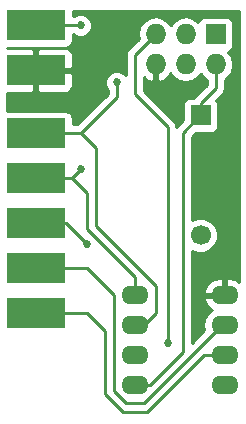
<source format=gtl>
G04 #@! TF.FileFunction,Copper,L1,Top,Signal*
%FSLAX46Y46*%
G04 Gerber Fmt 4.6, Leading zero omitted, Abs format (unit mm)*
G04 Created by KiCad (PCBNEW 4.0.2-1.fc23-product) date Thu 02 Nov 2017 11:38:22 PM EDT*
%MOMM*%
G01*
G04 APERTURE LIST*
%ADD10C,0.100000*%
%ADD11C,1.699260*%
%ADD12R,1.699260X1.699260*%
%ADD13O,2.300000X1.600000*%
%ADD14R,1.727200X1.727200*%
%ADD15O,1.727200X1.727200*%
%ADD16R,5.000000X2.500000*%
%ADD17C,0.685800*%
%ADD18C,0.254000*%
G04 APERTURE END LIST*
D10*
D11*
X161038540Y-104648520D03*
D12*
X161038540Y-94488520D03*
D13*
X163068000Y-117348000D03*
X163068000Y-114808000D03*
X163068000Y-112268000D03*
X163068000Y-109728000D03*
X155448000Y-109728000D03*
X155448000Y-112268000D03*
X155448000Y-114808000D03*
X155448000Y-117348000D03*
D14*
X162306000Y-87630000D03*
D15*
X162306000Y-90170000D03*
X159766000Y-87630000D03*
X159766000Y-90170000D03*
X157226000Y-87630000D03*
X157226000Y-90170000D03*
D16*
X147066000Y-107442000D03*
X147066000Y-111252000D03*
X147066000Y-103632000D03*
X147066000Y-96012000D03*
X147066000Y-99822000D03*
X147066000Y-90678000D03*
X147066000Y-86868000D03*
D17*
X150876000Y-86868000D03*
X158242000Y-113792000D03*
X153924000Y-90170000D03*
X150876000Y-99060000D03*
X153924000Y-91694000D03*
X151384000Y-105410000D03*
D18*
X147066000Y-86868000D02*
X150876000Y-86868000D01*
X161038540Y-94488520D02*
X161038540Y-93474540D01*
X162306000Y-92207080D02*
X162306000Y-90170000D01*
X161038540Y-93474540D02*
X162306000Y-92207080D01*
X161038540Y-94488520D02*
X161035480Y-94488520D01*
X161035480Y-94488520D02*
X159512000Y-96012000D01*
X156718000Y-117348000D02*
X155448000Y-117348000D01*
X159512000Y-114554000D02*
X156718000Y-117348000D01*
X159512000Y-96012000D02*
X159512000Y-114554000D01*
X158242000Y-113792000D02*
X158242000Y-95504000D01*
X155448000Y-89408000D02*
X157226000Y-87630000D01*
X155448000Y-92710000D02*
X155448000Y-89408000D01*
X158242000Y-95504000D02*
X155448000Y-92710000D01*
X147066000Y-111252000D02*
X151384000Y-111252000D01*
X161290000Y-114808000D02*
X163068000Y-114808000D01*
X156464000Y-119634000D02*
X161290000Y-114808000D01*
X156210000Y-119634000D02*
X156464000Y-119634000D01*
X154432000Y-119634000D02*
X156210000Y-119634000D01*
X152908000Y-118110000D02*
X154432000Y-119634000D01*
X152908000Y-112776000D02*
X152908000Y-118110000D01*
X151384000Y-111252000D02*
X152908000Y-112776000D01*
X147066000Y-107442000D02*
X151384000Y-107442000D01*
X156210000Y-118872000D02*
X162814000Y-112268000D01*
X154686000Y-118872000D02*
X156210000Y-118872000D01*
X153670000Y-117856000D02*
X154686000Y-118872000D01*
X153670000Y-109728000D02*
X153670000Y-117856000D01*
X151384000Y-107442000D02*
X153670000Y-109728000D01*
X162814000Y-112268000D02*
X163068000Y-112268000D01*
X150114000Y-99822000D02*
X150876000Y-99060000D01*
X155448000Y-109728000D02*
X155448000Y-108204000D01*
X151384000Y-104140000D02*
X151384000Y-101346000D01*
X155448000Y-108204000D02*
X151384000Y-104140000D01*
X151384000Y-101346000D02*
X151384000Y-101092000D01*
X151384000Y-101092000D02*
X151384000Y-101346000D01*
X155448000Y-109728000D02*
X155194000Y-109728000D01*
X151384000Y-101346000D02*
X151384000Y-101092000D01*
X151384000Y-101092000D02*
X150114000Y-99822000D01*
X150114000Y-99822000D02*
X147066000Y-99822000D01*
X150876000Y-96012000D02*
X153924000Y-92964000D01*
X153924000Y-91694000D02*
X153924000Y-92964000D01*
X155448000Y-112268000D02*
X156210000Y-112268000D01*
X156210000Y-112268000D02*
X157226000Y-111252000D01*
X157226000Y-111252000D02*
X157226000Y-108966000D01*
X157226000Y-108966000D02*
X152146000Y-103886000D01*
X152146000Y-103886000D02*
X152146000Y-97282000D01*
X152146000Y-97282000D02*
X150876000Y-96012000D01*
X150876000Y-96012000D02*
X147066000Y-96012000D01*
X149606000Y-103632000D02*
X147066000Y-103632000D01*
X151384000Y-105410000D02*
X149606000Y-103632000D01*
G36*
X164315000Y-108636225D02*
X164084483Y-108450834D01*
X163545000Y-108293000D01*
X163195000Y-108293000D01*
X163195000Y-109601000D01*
X163215000Y-109601000D01*
X163215000Y-109855000D01*
X163195000Y-109855000D01*
X163195000Y-109875000D01*
X162941000Y-109875000D01*
X162941000Y-109855000D01*
X161448085Y-109855000D01*
X161326096Y-110077039D01*
X161343633Y-110159819D01*
X161613500Y-110652896D01*
X162046151Y-111000851D01*
X161668332Y-111253302D01*
X161357263Y-111718849D01*
X161248030Y-112268000D01*
X161329051Y-112675318D01*
X160274000Y-113730369D01*
X160274000Y-109378961D01*
X161326096Y-109378961D01*
X161448085Y-109601000D01*
X162941000Y-109601000D01*
X162941000Y-108293000D01*
X162591000Y-108293000D01*
X162051517Y-108450834D01*
X161613500Y-108803104D01*
X161343633Y-109296181D01*
X161326096Y-109378961D01*
X160274000Y-109378961D01*
X160274000Y-105938589D01*
X160741933Y-106132892D01*
X161332556Y-106133408D01*
X161878417Y-105907862D01*
X162296414Y-105490594D01*
X162522912Y-104945127D01*
X162523428Y-104354504D01*
X162297882Y-103808643D01*
X161880614Y-103390646D01*
X161335147Y-103164148D01*
X160744524Y-103163632D01*
X160274000Y-103358049D01*
X160274000Y-96327630D01*
X160616040Y-95985590D01*
X161888170Y-95985590D01*
X162123487Y-95941312D01*
X162339611Y-95802240D01*
X162484601Y-95590040D01*
X162535610Y-95338150D01*
X162535610Y-93638890D01*
X162491332Y-93403573D01*
X162372229Y-93218481D01*
X162844815Y-92745895D01*
X163009996Y-92498685D01*
X163024616Y-92425185D01*
X163068000Y-92207080D01*
X163068000Y-91457926D01*
X163365670Y-91259029D01*
X163690526Y-90772848D01*
X163804600Y-90199359D01*
X163804600Y-90140641D01*
X163690526Y-89567152D01*
X163379426Y-89101558D01*
X163404917Y-89096762D01*
X163621041Y-88957690D01*
X163766031Y-88745490D01*
X163817040Y-88493600D01*
X163817040Y-86766400D01*
X163772762Y-86531083D01*
X163633690Y-86314959D01*
X163421490Y-86169969D01*
X163169600Y-86118960D01*
X161442400Y-86118960D01*
X161207083Y-86163238D01*
X160990959Y-86302310D01*
X160845969Y-86514510D01*
X160837136Y-86558131D01*
X160825670Y-86540971D01*
X160339489Y-86216115D01*
X159766000Y-86102041D01*
X159192511Y-86216115D01*
X158706330Y-86540971D01*
X158496000Y-86855752D01*
X158285670Y-86540971D01*
X157799489Y-86216115D01*
X157226000Y-86102041D01*
X156652511Y-86216115D01*
X156166330Y-86540971D01*
X155841474Y-87027152D01*
X155727400Y-87600641D01*
X155727400Y-87659359D01*
X155792372Y-87985997D01*
X154909185Y-88869185D01*
X154744004Y-89116395D01*
X154686000Y-89408000D01*
X154686000Y-91073163D01*
X154478659Y-90865460D01*
X154119370Y-90716270D01*
X153730337Y-90715931D01*
X153370788Y-90864493D01*
X153095460Y-91139341D01*
X152946270Y-91498630D01*
X152945931Y-91887663D01*
X153094493Y-92247212D01*
X153162000Y-92314837D01*
X153162000Y-92648370D01*
X150560370Y-95250000D01*
X150213440Y-95250000D01*
X150213440Y-94762000D01*
X150169162Y-94526683D01*
X150030090Y-94310559D01*
X149817890Y-94165569D01*
X149566000Y-94114560D01*
X144685000Y-94114560D01*
X144685000Y-92563000D01*
X146780250Y-92563000D01*
X146939000Y-92404250D01*
X146939000Y-90805000D01*
X147193000Y-90805000D01*
X147193000Y-92404250D01*
X147351750Y-92563000D01*
X149692310Y-92563000D01*
X149925699Y-92466327D01*
X150104327Y-92287698D01*
X150201000Y-92054309D01*
X150201000Y-90963750D01*
X150042250Y-90805000D01*
X147193000Y-90805000D01*
X146939000Y-90805000D01*
X146919000Y-90805000D01*
X146919000Y-90551000D01*
X146939000Y-90551000D01*
X146939000Y-88951750D01*
X147193000Y-88951750D01*
X147193000Y-90551000D01*
X150042250Y-90551000D01*
X150201000Y-90392250D01*
X150201000Y-89301691D01*
X150104327Y-89068302D01*
X149925699Y-88889673D01*
X149692310Y-88793000D01*
X147351750Y-88793000D01*
X147193000Y-88951750D01*
X146939000Y-88951750D01*
X146780250Y-88793000D01*
X144685000Y-88793000D01*
X144685000Y-88765440D01*
X149566000Y-88765440D01*
X149801317Y-88721162D01*
X150017441Y-88582090D01*
X150162431Y-88369890D01*
X150213440Y-88118000D01*
X150213440Y-87630000D01*
X150254917Y-87630000D01*
X150321341Y-87696540D01*
X150680630Y-87845730D01*
X151069663Y-87846069D01*
X151429212Y-87697507D01*
X151704540Y-87422659D01*
X151853730Y-87063370D01*
X151854069Y-86674337D01*
X151705507Y-86314788D01*
X151430659Y-86039460D01*
X151071370Y-85890270D01*
X150682337Y-85889931D01*
X150322788Y-86038493D01*
X150255163Y-86106000D01*
X150213440Y-86106000D01*
X150213440Y-85685000D01*
X164315000Y-85685000D01*
X164315000Y-108636225D01*
X164315000Y-108636225D01*
G37*
X164315000Y-108636225D02*
X164084483Y-108450834D01*
X163545000Y-108293000D01*
X163195000Y-108293000D01*
X163195000Y-109601000D01*
X163215000Y-109601000D01*
X163215000Y-109855000D01*
X163195000Y-109855000D01*
X163195000Y-109875000D01*
X162941000Y-109875000D01*
X162941000Y-109855000D01*
X161448085Y-109855000D01*
X161326096Y-110077039D01*
X161343633Y-110159819D01*
X161613500Y-110652896D01*
X162046151Y-111000851D01*
X161668332Y-111253302D01*
X161357263Y-111718849D01*
X161248030Y-112268000D01*
X161329051Y-112675318D01*
X160274000Y-113730369D01*
X160274000Y-109378961D01*
X161326096Y-109378961D01*
X161448085Y-109601000D01*
X162941000Y-109601000D01*
X162941000Y-108293000D01*
X162591000Y-108293000D01*
X162051517Y-108450834D01*
X161613500Y-108803104D01*
X161343633Y-109296181D01*
X161326096Y-109378961D01*
X160274000Y-109378961D01*
X160274000Y-105938589D01*
X160741933Y-106132892D01*
X161332556Y-106133408D01*
X161878417Y-105907862D01*
X162296414Y-105490594D01*
X162522912Y-104945127D01*
X162523428Y-104354504D01*
X162297882Y-103808643D01*
X161880614Y-103390646D01*
X161335147Y-103164148D01*
X160744524Y-103163632D01*
X160274000Y-103358049D01*
X160274000Y-96327630D01*
X160616040Y-95985590D01*
X161888170Y-95985590D01*
X162123487Y-95941312D01*
X162339611Y-95802240D01*
X162484601Y-95590040D01*
X162535610Y-95338150D01*
X162535610Y-93638890D01*
X162491332Y-93403573D01*
X162372229Y-93218481D01*
X162844815Y-92745895D01*
X163009996Y-92498685D01*
X163024616Y-92425185D01*
X163068000Y-92207080D01*
X163068000Y-91457926D01*
X163365670Y-91259029D01*
X163690526Y-90772848D01*
X163804600Y-90199359D01*
X163804600Y-90140641D01*
X163690526Y-89567152D01*
X163379426Y-89101558D01*
X163404917Y-89096762D01*
X163621041Y-88957690D01*
X163766031Y-88745490D01*
X163817040Y-88493600D01*
X163817040Y-86766400D01*
X163772762Y-86531083D01*
X163633690Y-86314959D01*
X163421490Y-86169969D01*
X163169600Y-86118960D01*
X161442400Y-86118960D01*
X161207083Y-86163238D01*
X160990959Y-86302310D01*
X160845969Y-86514510D01*
X160837136Y-86558131D01*
X160825670Y-86540971D01*
X160339489Y-86216115D01*
X159766000Y-86102041D01*
X159192511Y-86216115D01*
X158706330Y-86540971D01*
X158496000Y-86855752D01*
X158285670Y-86540971D01*
X157799489Y-86216115D01*
X157226000Y-86102041D01*
X156652511Y-86216115D01*
X156166330Y-86540971D01*
X155841474Y-87027152D01*
X155727400Y-87600641D01*
X155727400Y-87659359D01*
X155792372Y-87985997D01*
X154909185Y-88869185D01*
X154744004Y-89116395D01*
X154686000Y-89408000D01*
X154686000Y-91073163D01*
X154478659Y-90865460D01*
X154119370Y-90716270D01*
X153730337Y-90715931D01*
X153370788Y-90864493D01*
X153095460Y-91139341D01*
X152946270Y-91498630D01*
X152945931Y-91887663D01*
X153094493Y-92247212D01*
X153162000Y-92314837D01*
X153162000Y-92648370D01*
X150560370Y-95250000D01*
X150213440Y-95250000D01*
X150213440Y-94762000D01*
X150169162Y-94526683D01*
X150030090Y-94310559D01*
X149817890Y-94165569D01*
X149566000Y-94114560D01*
X144685000Y-94114560D01*
X144685000Y-92563000D01*
X146780250Y-92563000D01*
X146939000Y-92404250D01*
X146939000Y-90805000D01*
X147193000Y-90805000D01*
X147193000Y-92404250D01*
X147351750Y-92563000D01*
X149692310Y-92563000D01*
X149925699Y-92466327D01*
X150104327Y-92287698D01*
X150201000Y-92054309D01*
X150201000Y-90963750D01*
X150042250Y-90805000D01*
X147193000Y-90805000D01*
X146939000Y-90805000D01*
X146919000Y-90805000D01*
X146919000Y-90551000D01*
X146939000Y-90551000D01*
X146939000Y-88951750D01*
X147193000Y-88951750D01*
X147193000Y-90551000D01*
X150042250Y-90551000D01*
X150201000Y-90392250D01*
X150201000Y-89301691D01*
X150104327Y-89068302D01*
X149925699Y-88889673D01*
X149692310Y-88793000D01*
X147351750Y-88793000D01*
X147193000Y-88951750D01*
X146939000Y-88951750D01*
X146780250Y-88793000D01*
X144685000Y-88793000D01*
X144685000Y-88765440D01*
X149566000Y-88765440D01*
X149801317Y-88721162D01*
X150017441Y-88582090D01*
X150162431Y-88369890D01*
X150213440Y-88118000D01*
X150213440Y-87630000D01*
X150254917Y-87630000D01*
X150321341Y-87696540D01*
X150680630Y-87845730D01*
X151069663Y-87846069D01*
X151429212Y-87697507D01*
X151704540Y-87422659D01*
X151853730Y-87063370D01*
X151854069Y-86674337D01*
X151705507Y-86314788D01*
X151430659Y-86039460D01*
X151071370Y-85890270D01*
X150682337Y-85889931D01*
X150322788Y-86038493D01*
X150255163Y-86106000D01*
X150213440Y-86106000D01*
X150213440Y-85685000D01*
X164315000Y-85685000D01*
X164315000Y-108636225D01*
G36*
X157353000Y-90043000D02*
X157373000Y-90043000D01*
X157373000Y-90297000D01*
X157353000Y-90297000D01*
X157353000Y-91503817D01*
X157585026Y-91624958D01*
X158000947Y-91452688D01*
X158432821Y-91058490D01*
X158490336Y-90935772D01*
X158706330Y-91259029D01*
X159192511Y-91583885D01*
X159766000Y-91697959D01*
X160339489Y-91583885D01*
X160825670Y-91259029D01*
X161036000Y-90944248D01*
X161246330Y-91259029D01*
X161544000Y-91457926D01*
X161544000Y-91891450D01*
X160499725Y-92935725D01*
X160462491Y-92991450D01*
X160188910Y-92991450D01*
X159953593Y-93035728D01*
X159737469Y-93174800D01*
X159592479Y-93387000D01*
X159541470Y-93638890D01*
X159541470Y-94904900D01*
X158993775Y-95452595D01*
X158945996Y-95212395D01*
X158879834Y-95113377D01*
X158780816Y-94965185D01*
X156210000Y-92394370D01*
X156210000Y-91232664D01*
X156451053Y-91452688D01*
X156866974Y-91624958D01*
X157099000Y-91503817D01*
X157099000Y-90297000D01*
X157079000Y-90297000D01*
X157079000Y-90043000D01*
X157099000Y-90043000D01*
X157099000Y-90023000D01*
X157353000Y-90023000D01*
X157353000Y-90043000D01*
X157353000Y-90043000D01*
G37*
X157353000Y-90043000D02*
X157373000Y-90043000D01*
X157373000Y-90297000D01*
X157353000Y-90297000D01*
X157353000Y-91503817D01*
X157585026Y-91624958D01*
X158000947Y-91452688D01*
X158432821Y-91058490D01*
X158490336Y-90935772D01*
X158706330Y-91259029D01*
X159192511Y-91583885D01*
X159766000Y-91697959D01*
X160339489Y-91583885D01*
X160825670Y-91259029D01*
X161036000Y-90944248D01*
X161246330Y-91259029D01*
X161544000Y-91457926D01*
X161544000Y-91891450D01*
X160499725Y-92935725D01*
X160462491Y-92991450D01*
X160188910Y-92991450D01*
X159953593Y-93035728D01*
X159737469Y-93174800D01*
X159592479Y-93387000D01*
X159541470Y-93638890D01*
X159541470Y-94904900D01*
X158993775Y-95452595D01*
X158945996Y-95212395D01*
X158879834Y-95113377D01*
X158780816Y-94965185D01*
X156210000Y-92394370D01*
X156210000Y-91232664D01*
X156451053Y-91452688D01*
X156866974Y-91624958D01*
X157099000Y-91503817D01*
X157099000Y-90297000D01*
X157079000Y-90297000D01*
X157079000Y-90043000D01*
X157099000Y-90043000D01*
X157099000Y-90023000D01*
X157353000Y-90023000D01*
X157353000Y-90043000D01*
M02*

</source>
